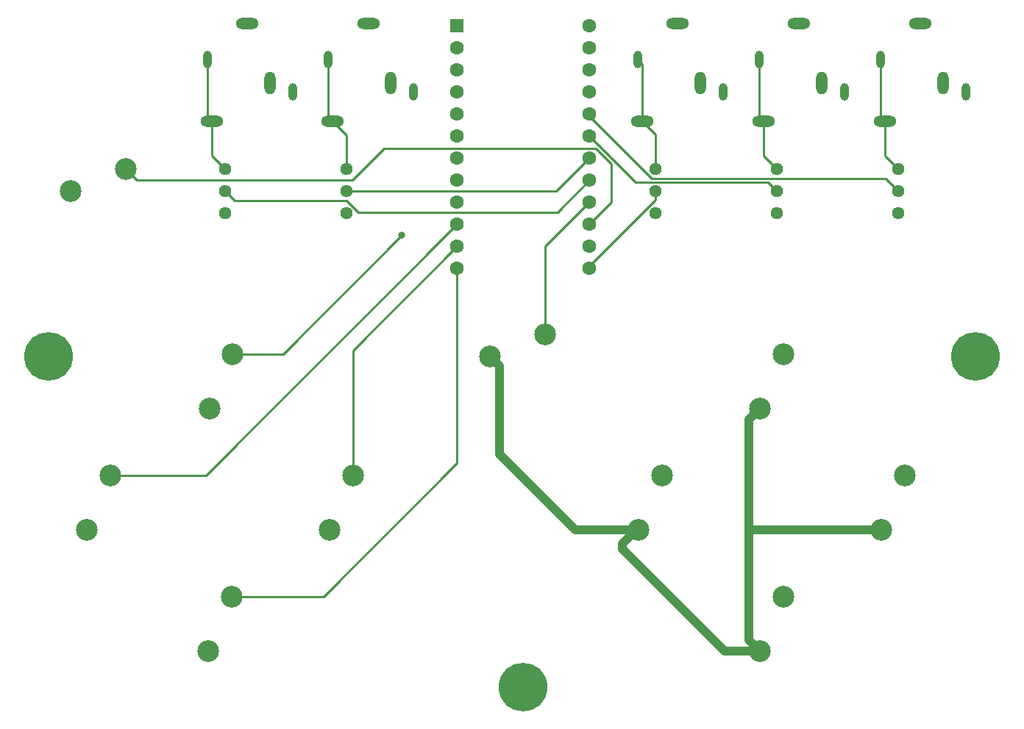
<source format=gbr>
%TF.GenerationSoftware,KiCad,Pcbnew,6.0.2+dfsg-1*%
%TF.CreationDate,2023-07-31T10:29:00-05:00*%
%TF.ProjectId,DrumBrain,4472756d-4272-4616-996e-2e6b69636164,rev?*%
%TF.SameCoordinates,Original*%
%TF.FileFunction,Copper,L1,Top*%
%TF.FilePolarity,Positive*%
%FSLAX46Y46*%
G04 Gerber Fmt 4.6, Leading zero omitted, Abs format (unit mm)*
G04 Created by KiCad (PCBNEW 6.0.2+dfsg-1) date 2023-07-31 10:29:00*
%MOMM*%
%LPD*%
G01*
G04 APERTURE LIST*
%TA.AperFunction,ComponentPad*%
%ADD10O,2.616000X1.308000*%
%TD*%
%TA.AperFunction,ComponentPad*%
%ADD11O,1.008000X2.016000*%
%TD*%
%TA.AperFunction,ComponentPad*%
%ADD12O,1.308000X2.616000*%
%TD*%
%TA.AperFunction,ComponentPad*%
%ADD13C,5.600000*%
%TD*%
%TA.AperFunction,ComponentPad*%
%ADD14R,1.600000X1.600000*%
%TD*%
%TA.AperFunction,ComponentPad*%
%ADD15C,1.600000*%
%TD*%
%TA.AperFunction,ComponentPad*%
%ADD16C,2.500000*%
%TD*%
%TA.AperFunction,ComponentPad*%
%ADD17C,1.440000*%
%TD*%
%TA.AperFunction,ViaPad*%
%ADD18C,0.800000*%
%TD*%
%TA.AperFunction,Conductor*%
%ADD19C,1.000000*%
%TD*%
%TA.AperFunction,Conductor*%
%ADD20C,0.250000*%
%TD*%
G04 APERTURE END LIST*
D10*
%TO.P,YELLOW1,1*%
%TO.N,Earth*%
X129480000Y-60640000D03*
D11*
%TO.P,YELLOW1,2*%
%TO.N,unconnected-(YELLOW1-Pad2)*%
X134680000Y-68540000D03*
D12*
%TO.P,YELLOW1,3*%
%TO.N,unconnected-(YELLOW1-Pad3)*%
X132080000Y-67540000D03*
D10*
%TO.P,YELLOW1,4*%
%TO.N,Net-(YELLOW1-Pad4)*%
X125380000Y-71940000D03*
D11*
%TO.P,YELLOW1,5*%
X124880000Y-64840000D03*
%TD*%
D10*
%TO.P,RED1,1*%
%TO.N,Earth*%
X115570000Y-60640000D03*
D11*
%TO.P,RED1,2*%
%TO.N,unconnected-(RED1-Pad2)*%
X120770000Y-68540000D03*
D12*
%TO.P,RED1,3*%
%TO.N,unconnected-(RED1-Pad3)*%
X118170000Y-67540000D03*
D10*
%TO.P,RED1,4*%
%TO.N,Net-(RED1-Pad4)*%
X111470000Y-71940000D03*
D11*
%TO.P,RED1,5*%
X110970000Y-64840000D03*
%TD*%
D10*
%TO.P,KICK1,1*%
%TO.N,Earth*%
X165100000Y-60640000D03*
D11*
%TO.P,KICK1,2*%
%TO.N,unconnected-(KICK1-Pad2)*%
X170300000Y-68540000D03*
D12*
%TO.P,KICK1,3*%
%TO.N,unconnected-(KICK1-Pad3)*%
X167700000Y-67540000D03*
D10*
%TO.P,KICK1,4*%
%TO.N,Net-(KICK1-Pad4)*%
X161000000Y-71940000D03*
D11*
%TO.P,KICK1,5*%
X160500000Y-64840000D03*
%TD*%
D10*
%TO.P,GREEN1,1*%
%TO.N,Earth*%
X193040000Y-60640000D03*
D11*
%TO.P,GREEN1,2*%
%TO.N,unconnected-(GREEN1-Pad2)*%
X198240000Y-68540000D03*
D12*
%TO.P,GREEN1,3*%
%TO.N,unconnected-(GREEN1-Pad3)*%
X195640000Y-67540000D03*
D10*
%TO.P,GREEN1,4*%
%TO.N,Net-(GREEN1-Pad4)*%
X188940000Y-71940000D03*
D11*
%TO.P,GREEN1,5*%
X188440000Y-64840000D03*
%TD*%
D10*
%TO.P,BLUE1,1*%
%TO.N,Earth*%
X179070000Y-60640000D03*
D11*
%TO.P,BLUE1,2*%
%TO.N,unconnected-(BLUE1-Pad2)*%
X184270000Y-68540000D03*
D12*
%TO.P,BLUE1,3*%
%TO.N,unconnected-(BLUE1-Pad3)*%
X181670000Y-67540000D03*
D10*
%TO.P,BLUE1,4*%
%TO.N,Net-(BLUE1-Pad4)*%
X174970000Y-71940000D03*
D11*
%TO.P,BLUE1,5*%
X174470000Y-64840000D03*
%TD*%
D13*
%TO.P,,1*%
%TO.N,N/C*%
X147320000Y-137160000D03*
%TD*%
%TO.P,,1*%
%TO.N,N/C*%
X199390000Y-99060000D03*
%TD*%
%TO.P,M3,1*%
%TO.N,N/C*%
X92710000Y-99060000D03*
%TD*%
D14*
%TO.P,U1,1,TX*%
%TO.N,unconnected-(U1-Pad1)*%
X139700000Y-60960000D03*
D15*
%TO.P,U1,2,RX*%
%TO.N,unconnected-(U1-Pad2)*%
X139700000Y-63500000D03*
%TO.P,U1,3,GND*%
%TO.N,Earth*%
X139700000Y-66040000D03*
%TO.P,U1,4,GND*%
X139700000Y-68580000D03*
%TO.P,U1,5,SDA*%
%TO.N,Net-(SW-TRI1-Pad2)*%
X139700000Y-71120000D03*
%TO.P,U1,6,SCL*%
%TO.N,Net-(SW-SQR1-Pad2)*%
X139700000Y-73660000D03*
%TO.P,U1,7,D4*%
%TO.N,Net-(SW-CIR1-Pad2)*%
X139700000Y-76200000D03*
%TO.P,U1,8,C6*%
%TO.N,Net-(SW-X1-Pad2)*%
X139700000Y-78740000D03*
%TO.P,U1,9,D7*%
%TO.N,Net-(SW-UP1-Pad2)*%
X139700000Y-81280000D03*
%TO.P,U1,10,E6*%
%TO.N,Net-(SW-LT1-Pad2)*%
X139700000Y-83820000D03*
%TO.P,U1,11,B4*%
%TO.N,Net-(SW-RT1-Pad2)*%
X139700000Y-86360000D03*
%TO.P,U1,12,B5*%
%TO.N,Net-(SW-DN1-Pad2)*%
X139700000Y-88900000D03*
%TO.P,U1,13,B6*%
%TO.N,Net-(POT-K1-Pad2)*%
X154940000Y-88900000D03*
%TO.P,U1,14,B2*%
%TO.N,unconnected-(U1-Pad14)*%
X154940000Y-86360000D03*
%TO.P,U1,15,B3*%
%TO.N,Net-(SW-START1-Pad2)*%
X154940000Y-83820000D03*
%TO.P,U1,16,B1*%
%TO.N,Net-(SW-HOME1-Pad2)*%
X154940000Y-81280000D03*
%TO.P,U1,17,F7*%
%TO.N,Net-(POT-R1-Pad2)*%
X154940000Y-78740000D03*
%TO.P,U1,18,F6*%
%TO.N,Net-(POT-Y1-Pad2)*%
X154940000Y-76200000D03*
%TO.P,U1,19,F5*%
%TO.N,Net-(POT-B1-Pad2)*%
X154940000Y-73660000D03*
%TO.P,U1,20,F4*%
%TO.N,Net-(POT-G1-Pad2)*%
X154940000Y-71120000D03*
%TO.P,U1,21,VCC*%
%TO.N,unconnected-(U1-Pad21)*%
X154940000Y-68580000D03*
%TO.P,U1,22,RST*%
%TO.N,unconnected-(U1-Pad22)*%
X154940000Y-66040000D03*
%TO.P,U1,23,GND*%
%TO.N,Earth*%
X154940000Y-63500000D03*
%TO.P,U1,24,RAW*%
%TO.N,unconnected-(U1-Pad24)*%
X154940000Y-60960000D03*
%TD*%
D16*
%TO.P,SW-X1,1,1*%
%TO.N,Earth*%
X174579872Y-132978026D03*
%TO.P,SW-X1,2,2*%
%TO.N,Net-(SW-X1-Pad2)*%
X177273949Y-126691846D03*
%TD*%
%TO.P,SW-UP1,1,1*%
%TO.N,Earth*%
X111194872Y-105038026D03*
%TO.P,SW-UP1,2,2*%
%TO.N,Net-(SW-UP1-Pad2)*%
X113888949Y-98751846D03*
%TD*%
%TO.P,SW-TRI1,1,1*%
%TO.N,Earth*%
X174579872Y-105038026D03*
%TO.P,SW-TRI1,2,2*%
%TO.N,Net-(SW-TRI1-Pad2)*%
X177273949Y-98751846D03*
%TD*%
%TO.P,SW-START1,1,1*%
%TO.N,Earth*%
X95250000Y-80010000D03*
%TO.P,SW-START1,2,2*%
%TO.N,Net-(SW-START1-Pad2)*%
X101600000Y-77470000D03*
%TD*%
%TO.P,SW-SQR1,1,1*%
%TO.N,Earth*%
X160609872Y-119008026D03*
%TO.P,SW-SQR1,2,2*%
%TO.N,Net-(SW-SQR1-Pad2)*%
X163303949Y-112721846D03*
%TD*%
%TO.P,SW-RT1,1,1*%
%TO.N,Earth*%
X125049872Y-119008026D03*
%TO.P,SW-RT1,2,2*%
%TO.N,Net-(SW-RT1-Pad2)*%
X127743949Y-112721846D03*
%TD*%
%TO.P,SW-LT1,1,1*%
%TO.N,Earth*%
X97109872Y-119008026D03*
%TO.P,SW-LT1,2,2*%
%TO.N,Net-(SW-LT1-Pad2)*%
X99803949Y-112721846D03*
%TD*%
%TO.P,SW-HOME1,1,1*%
%TO.N,Earth*%
X143510000Y-99060000D03*
%TO.P,SW-HOME1,2,2*%
%TO.N,Net-(SW-HOME1-Pad2)*%
X149860000Y-96520000D03*
%TD*%
%TO.P,SW-DN1,1,1*%
%TO.N,Earth*%
X111079872Y-132978026D03*
%TO.P,SW-DN1,2,2*%
%TO.N,Net-(SW-DN1-Pad2)*%
X113773949Y-126691846D03*
%TD*%
%TO.P,SW-CIR1,1,1*%
%TO.N,Earth*%
X188549872Y-119008026D03*
%TO.P,SW-CIR1,2,2*%
%TO.N,Net-(SW-CIR1-Pad2)*%
X191243949Y-112721846D03*
%TD*%
D17*
%TO.P,POT-G1,1,1*%
%TO.N,Net-(GREEN1-Pad4)*%
X190500000Y-77460000D03*
%TO.P,POT-G1,2,2*%
%TO.N,Net-(POT-G1-Pad2)*%
X190500000Y-80000000D03*
%TO.P,POT-G1,3,3*%
%TO.N,unconnected-(POT-G1-Pad3)*%
X190500000Y-82540000D03*
%TD*%
%TO.P,POT-K1,1,1*%
%TO.N,Net-(KICK1-Pad4)*%
X162560000Y-77460000D03*
%TO.P,POT-K1,2,2*%
%TO.N,Net-(POT-K1-Pad2)*%
X162560000Y-80000000D03*
%TO.P,POT-K1,3,3*%
%TO.N,unconnected-(POT-K1-Pad3)*%
X162560000Y-82540000D03*
%TD*%
%TO.P,POT-R1,1,1*%
%TO.N,Net-(RED1-Pad4)*%
X113030000Y-77460000D03*
%TO.P,POT-R1,2,2*%
%TO.N,Net-(POT-R1-Pad2)*%
X113030000Y-80000000D03*
%TO.P,POT-R1,3,3*%
%TO.N,unconnected-(POT-R1-Pad3)*%
X113030000Y-82540000D03*
%TD*%
%TO.P,POT-Y1,1,1*%
%TO.N,Net-(YELLOW1-Pad4)*%
X127000000Y-77460000D03*
%TO.P,POT-Y1,2,2*%
%TO.N,Net-(POT-Y1-Pad2)*%
X127000000Y-80000000D03*
%TO.P,POT-Y1,3,3*%
%TO.N,unconnected-(POT-Y1-Pad3)*%
X127000000Y-82540000D03*
%TD*%
%TO.P,POT-B1,1,1*%
%TO.N,Net-(BLUE1-Pad4)*%
X176530000Y-77460000D03*
%TO.P,POT-B1,2,2*%
%TO.N,Net-(POT-B1-Pad2)*%
X176530000Y-80000000D03*
%TO.P,POT-B1,3,3*%
%TO.N,unconnected-(POT-B1-Pad3)*%
X176530000Y-82540000D03*
%TD*%
D18*
%TO.N,Net-(SW-UP1-Pad2)*%
X133350000Y-85090000D03*
%TD*%
D19*
%TO.N,Earth*%
X160609872Y-119008026D02*
X153298026Y-119008026D01*
X153298026Y-119008026D02*
X144570479Y-110280479D01*
X144570479Y-110280479D02*
X144570479Y-100120479D01*
X144570479Y-100120479D02*
X143510000Y-99060000D01*
D20*
X143489521Y-99080479D02*
X143510000Y-99060000D01*
D19*
X173329873Y-118719873D02*
X173329873Y-131728027D01*
X173329873Y-106288025D02*
X173329873Y-118719873D01*
X173329873Y-118719873D02*
X173618026Y-119008026D01*
X173618026Y-119008026D02*
X188549872Y-119008026D01*
X158750000Y-120650000D02*
X160020000Y-119380000D01*
X158750000Y-121241625D02*
X158750000Y-120650000D01*
X170486401Y-132978026D02*
X158750000Y-121241625D01*
X174579872Y-132978026D02*
X170486401Y-132978026D01*
X174579872Y-105038026D02*
X173329873Y-106288025D01*
X173329873Y-131728027D02*
X174579872Y-132978026D01*
D20*
%TO.N,Net-(SW-START1-Pad2)*%
X155719771Y-75075489D02*
X157480000Y-76835718D01*
X131312652Y-75075489D02*
X155719771Y-75075489D01*
X157480000Y-81280000D02*
X154940000Y-83820000D01*
X157480000Y-76835718D02*
X157480000Y-81280000D01*
X127668142Y-78719999D02*
X131312652Y-75075489D01*
X102849999Y-78719999D02*
X127668142Y-78719999D01*
X101600000Y-77470000D02*
X102849999Y-78719999D01*
%TO.N,Net-(SW-HOME1-Pad2)*%
X149860000Y-96520000D02*
X149860000Y-86360000D01*
X149860000Y-86360000D02*
X154940000Y-81280000D01*
%TO.N,Net-(SW-DN1-Pad2)*%
X113773949Y-126691846D02*
X124316235Y-126691846D01*
X124316235Y-126691846D02*
X139700000Y-111308081D01*
X139700000Y-111308081D02*
X139700000Y-88900000D01*
%TO.N,Net-(SW-RT1-Pad2)*%
X127743949Y-112721846D02*
X127743949Y-98316051D01*
X127743949Y-98316051D02*
X139700000Y-86360000D01*
%TO.N,Net-(SW-LT1-Pad2)*%
X99803949Y-112721846D02*
X110798154Y-112721846D01*
X110798154Y-112721846D02*
X139700000Y-83820000D01*
%TO.N,Net-(SW-UP1-Pad2)*%
X119688154Y-98751846D02*
X133350000Y-85090000D01*
X113888949Y-98751846D02*
X119688154Y-98751846D01*
%TO.N,Net-(POT-R1-Pad2)*%
X154940000Y-78740000D02*
X151275489Y-82404511D01*
X114074511Y-81044511D02*
X113030000Y-80000000D01*
X151275489Y-82404511D02*
X128360000Y-82404511D01*
X128360000Y-82404511D02*
X127000000Y-81044511D01*
X127000000Y-81044511D02*
X114074511Y-81044511D01*
%TO.N,Net-(POT-Y1-Pad2)*%
X127000000Y-80000000D02*
X151140000Y-80000000D01*
X151140000Y-80000000D02*
X154940000Y-76200000D01*
%TO.N,Net-(YELLOW1-Pad4)*%
X127000000Y-77460000D02*
X127000000Y-73560000D01*
X127000000Y-73560000D02*
X125380000Y-71940000D01*
X124880000Y-64840000D02*
X124880000Y-71440000D01*
X124880000Y-71440000D02*
X125380000Y-71940000D01*
%TO.N,Net-(RED1-Pad4)*%
X111470000Y-71940000D02*
X111470000Y-75900000D01*
X111470000Y-75900000D02*
X113030000Y-77460000D01*
X110970000Y-64840000D02*
X110970000Y-71440000D01*
X110970000Y-71440000D02*
X111470000Y-71940000D01*
%TO.N,Net-(POT-G1-Pad2)*%
X190500000Y-80000000D02*
X189004511Y-78504511D01*
X189004511Y-78504511D02*
X162127348Y-78504511D01*
X162127348Y-78504511D02*
X154940000Y-71317163D01*
X154940000Y-71317163D02*
X154940000Y-71120000D01*
%TO.N,Net-(POT-B1-Pad2)*%
X176530000Y-80000000D02*
X175485489Y-78955489D01*
X175485489Y-78955489D02*
X160235489Y-78955489D01*
X160235489Y-78955489D02*
X154940000Y-73660000D01*
%TO.N,Net-(BLUE1-Pad4)*%
X174970000Y-71940000D02*
X174970000Y-75900000D01*
X174970000Y-75900000D02*
X176530000Y-77460000D01*
%TO.N,Net-(GREEN1-Pad4)*%
X188940000Y-71940000D02*
X188940000Y-75900000D01*
X188940000Y-75900000D02*
X190500000Y-77460000D01*
X188440000Y-64840000D02*
X188440000Y-71440000D01*
X188440000Y-71440000D02*
X188940000Y-71940000D01*
%TO.N,Net-(BLUE1-Pad4)*%
X174470000Y-64840000D02*
X174470000Y-71440000D01*
X174470000Y-71440000D02*
X174970000Y-71940000D01*
%TO.N,Net-(KICK1-Pad4)*%
X161000000Y-71940000D02*
X161000000Y-65340000D01*
X161000000Y-65340000D02*
X160500000Y-64840000D01*
X162560000Y-77460000D02*
X162560000Y-73500000D01*
X162560000Y-73500000D02*
X161000000Y-71940000D01*
%TO.N,Net-(POT-K1-Pad2)*%
X162560000Y-80000000D02*
X162560000Y-81018233D01*
X162560000Y-81018233D02*
X154940000Y-88638233D01*
X154940000Y-88638233D02*
X154940000Y-88900000D01*
%TD*%
M02*

</source>
